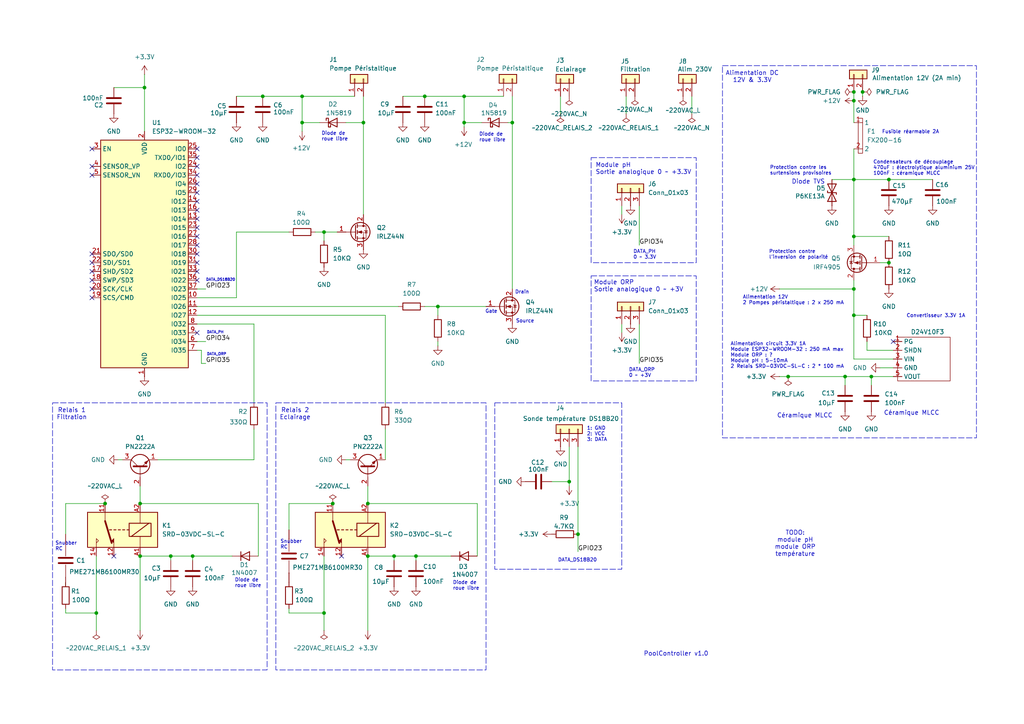
<source format=kicad_sch>
(kicad_sch (version 20250114) (generator "eeschema") (generator_version "9.0")
  (paper "A4")
  (lib_symbols
    (symbol "Connector_Generic:Conn_01x02" (pin_names (offset 1.016) (hide yes))
      (property "Reference" "J" (at 0 2.54 0))
      (property "Value" "Conn_01x02" (at 0 -5.08 0))
      (symbol "Conn_01x02_1_1"
        (pin passive line (at -5.08 0 0) (length 3.81) (name "Pin_1") (number "1"))
        (pin passive line (at -5.08 -2.54 0) (length 3.81) (name "Pin_2") (number "2"))
      )
    )
    (symbol "Connector_Generic:Conn_01x03" (pin_names (offset 1.016) (hide yes))
      (property "Reference" "J" (at 0 5.08 0))
      (property "Value" "Conn_01x03" (at 0 -5.08 0))
      (symbol "Conn_01x03_1_1"
        (pin passive line (at -5.08 2.54 0) (length 3.81) (name "Pin_1") (number "1"))
        (pin passive line (at -5.08 0 0) (length 3.81) (name "Pin_2") (number "2"))
        (pin passive line (at -5.08 -2.54 0) (length 3.81) (name "Pin_3") (number "3"))
      )
    )
    (symbol "D24V10F3_1"
      (symbol "D24V10F3_1_1_1"
        (pin input line (at -8.89 5.08 0) (length 2.54) (name "PG") (number "1"))
        (pin input line (at -8.89 2.54 0) (length 2.54) (name "SHDN") (number "2"))
        (pin input line (at -8.89 0 0) (length 2.54) (name "VIN") (number "3"))
        (pin input line (at -8.89 -2.54 0) (length 2.54) (name "GND") (number "4"))
        (pin input line (at -8.89 -5.08 0) (length 2.54) (name "VOUT") (number "5"))
      )
    )
    (symbol "Device:C" (pin_numbers (hide yes)) (pin_names (offset 0.254))
      (property "Reference" "C" (at 0.635 2.54 0))
      (property "Value" "C" (at 0.635 -2.54 0))
      (symbol "C_1_1"
        (pin passive line (at 0 3.81 270) (length 2.794) (name "~") (number "1"))
        (pin passive line (at 0 -3.81 90) (length 2.794) (name "~") (number "2"))
      )
    )
    (symbol "Device:D_TVS" (pin_numbers (hide yes)) (pin_names (offset 1.016) (hide yes))
      (property "Reference" "D" (at 0 2.54 0))
      (property "Value" "D_TVS" (at 0 -2.54 0))
      (symbol "D_TVS_1_1"
        (pin passive line (at -3.81 0 0) (length 2.54) (name "A1") (number "1"))
        (pin passive line (at 3.81 0 180) (length 2.54) (name "A2") (number "2"))
      )
    )
    (symbol "Device:R" (pin_numbers (hide yes)) (pin_names (offset 0))
      (property "Reference" "R" (at 2.032 0 90))
      (property "Value" "R" (at 0 0 90))
      (symbol "R_1_1"
        (pin passive line (at 0 3.81 270) (length 1.27) (name "~") (number "1"))
        (pin passive line (at 0 -3.81 90) (length 1.27) (name "~") (number "2"))
      )
    )
    (symbol "Diode:1N4007" (pin_numbers (hide yes)) (pin_names (hide yes))
      (property "Reference" "D" (at 0 2.54 0))
      (property "Value" "1N4007" (at 0 -2.54 0))
      (symbol "1N4007_1_1"
        (pin passive line (at -3.81 0 0) (length 2.54) (name "K") (number "1"))
        (pin passive line (at 3.81 0 180) (length 2.54) (name "A") (number "2"))
      )
    )
    (symbol "Diode:1N5819" (pin_numbers (hide yes)) (pin_names (offset 1.016) (hide yes))
      (property "Reference" "D" (at 0 2.54 0))
      (property "Value" "1N5819" (at 0 -2.54 0))
      (symbol "1N5819_1_1"
        (pin passive line (at -3.81 0 0) (length 2.54) (name "K") (number "1"))
        (pin passive line (at 3.81 0 180) (length 2.54) (name "A") (number "2"))
      )
    )
    (symbol "MySymbols.lib:C_X2_Snubber_PME271" (pin_numbers (hide yes)) (pin_names (offset 0.254))
      (property "Reference" "C?" (at 0.635 2.54 0))
      (property "Value" "PME271MB6100MR30" (at 0.635 -2.54 0))
      (symbol "C_X2_Snubber_PME271_1_1"
        (pin passive line (at 0 7.62 270) (length 2.794) (name "~") (number "1"))
        (pin passive line (at 0 -7.62 90) (length 2.794) (name "~") (number "2"))
      )
    )
    (symbol "MySymbols.lib:FX200-16"
      (property "Reference" "F" (at 0 0 0))
      (symbol "FX200-16_1_1"
        (pin input line (at 0 3.81 0) (length 2.54) (name "1") (number "1"))
        (pin input line (at 0 -3.81 0) (length 2.54) (name "2") (number "2"))
      )
    )
    (symbol "RF_Module:ESP32-WROOM-32"
      (property "Reference" "U" (at -12.7 34.29 0))
      (property "Value" "ESP32-WROOM-32" (at 1.27 34.29 0))
      (symbol "ESP32-WROOM-32_1_1"
        (pin input line (at -15.24 30.48 0) (length 2.54) (name "EN") (number "3"))
        (pin input line (at -15.24 25.4 0) (length 2.54) (name "SENSOR_VP") (number "4"))
        (pin input line (at -15.24 22.86 0) (length 2.54) (name "SENSOR_VN") (number "5"))
        (pin bidirectional line (at -15.24 0 0) (length 2.54) (name "SDO/SD0") (number "21"))
        (pin bidirectional line (at -15.24 -2.54 0) (length 2.54) (name "SDI/SD1") (number "22"))
        (pin bidirectional line (at -15.24 -5.08 0) (length 2.54) (name "SHD/SD2") (number "17"))
        (pin bidirectional line (at -15.24 -7.62 0) (length 2.54) (name "SWP/SD3") (number "18"))
        (pin bidirectional line (at -15.24 -10.16 0) (length 2.54) (name "SCK/CLK") (number "20"))
        (pin bidirectional line (at -15.24 -12.7 0) (length 2.54) (name "SCS/CMD") (number "19"))
        (pin no_connect line (at -12.7 -27.94 0) (length 2.54) (hide yes) (name "NC") (number "32"))
        (pin power_in line (at 0 35.56 270) (length 2.54) (name "VDD") (number "2"))
        (pin power_in line (at 0 -35.56 90) (length 2.54) (name "GND") (number "1"))
        (pin passive line (at 0 -35.56 90) (length 2.54) (hide yes) (name "GND") (number "15"))
        (pin passive line (at 0 -35.56 90) (length 2.54) (hide yes) (name "GND") (number "38"))
        (pin passive line (at 0 -35.56 90) (length 2.54) (hide yes) (name "GND") (number "39"))
        (pin bidirectional line (at 15.24 30.48 180) (length 2.54) (name "IO0") (number "25"))
        (pin bidirectional line (at 15.24 27.94 180) (length 2.54) (name "TXD0/IO1") (number "35"))
        (pin bidirectional line (at 15.24 25.4 180) (length 2.54) (name "IO2") (number "24"))
        (pin bidirectional line (at 15.24 22.86 180) (length 2.54) (name "RXD0/IO3") (number "34"))
        (pin bidirectional line (at 15.24 20.32 180) (length 2.54) (name "IO4") (number "26"))
        (pin bidirectional line (at 15.24 17.78 180) (length 2.54) (name "IO5") (number "29"))
        (pin bidirectional line (at 15.24 15.24 180) (length 2.54) (name "IO12") (number "14"))
        (pin bidirectional line (at 15.24 12.7 180) (length 2.54) (name "IO13") (number "16"))
        (pin bidirectional line (at 15.24 10.16 180) (length 2.54) (name "IO14") (number "13"))
        (pin bidirectional line (at 15.24 7.62 180) (length 2.54) (name "IO15") (number "23"))
        (pin bidirectional line (at 15.24 5.08 180) (length 2.54) (name "IO16") (number "27"))
        (pin bidirectional line (at 15.24 2.54 180) (length 2.54) (name "IO17") (number "28"))
        (pin bidirectional line (at 15.24 0 180) (length 2.54) (name "IO18") (number "30"))
        (pin bidirectional line (at 15.24 -2.54 180) (length 2.54) (name "IO19") (number "31"))
        (pin bidirectional line (at 15.24 -5.08 180) (length 2.54) (name "IO21") (number "33"))
        (pin bidirectional line (at 15.24 -7.62 180) (length 2.54) (name "IO22") (number "36"))
        (pin bidirectional line (at 15.24 -10.16 180) (length 2.54) (name "IO23") (number "37"))
        (pin bidirectional line (at 15.24 -12.7 180) (length 2.54) (name "IO25") (number "10"))
        (pin bidirectional line (at 15.24 -15.24 180) (length 2.54) (name "IO26") (number "11"))
        (pin bidirectional line (at 15.24 -17.78 180) (length 2.54) (name "IO27") (number "12"))
        (pin bidirectional line (at 15.24 -20.32 180) (length 2.54) (name "IO32") (number "8"))
        (pin bidirectional line (at 15.24 -22.86 180) (length 2.54) (name "IO33") (number "9"))
        (pin input line (at 15.24 -25.4 180) (length 2.54) (name "IO34") (number "6"))
        (pin input line (at 15.24 -27.94 180) (length 2.54) (name "IO35") (number "7"))
      )
    )
    (symbol "Relay:Relay_SPDT"
      (property "Reference" "K" (at 11.43 3.81 0))
      (property "Value" "Relay_SPDT" (at 11.43 1.27 0))
      (symbol "Relay_SPDT_1_1"
        (pin passive line (at -5.08 7.62 270) (length 2.54) (name "~") (number "A1"))
        (pin passive line (at -5.08 -7.62 90) (length 2.54) (name "~") (number "A2"))
        (pin passive line (at 2.54 7.62 270) (length 2.54) (name "~") (number "12"))
        (pin passive line (at 5.08 -7.62 90) (length 2.54) (name "~") (number "11"))
        (pin passive line (at 7.62 7.62 270) (length 2.54) (name "~") (number "14"))
      )
    )
    (symbol "Transistor_BJT:PN2222A" (pin_names (offset 0) (hide yes))
      (property "Reference" "Q" (at 5.08 1.905 0))
      (property "Value" "PN2222A" (at 5.08 0 0))
      (symbol "PN2222A_1_1"
        (pin input line (at -5.08 0 0) (length 2.54) (name "B") (number "2"))
        (pin passive line (at 2.54 5.08 270) (length 2.54) (name "C") (number "3"))
        (pin passive line (at 2.54 -5.08 90) (length 2.54) (name "E") (number "1"))
      )
    )
    (symbol "Transistor_FET:IRF4905" (pin_names (hide yes))
      (property "Reference" "Q" (at 5.08 1.905 0))
      (property "Value" "IRF4905" (at 5.08 0 0))
      (symbol "IRF4905_1_1"
        (pin input line (at -5.08 0 0) (length 2.54) (name "G") (number "1"))
        (pin passive line (at 2.54 5.08 270) (length 2.54) (name "D") (number "2"))
        (pin passive line (at 2.54 -5.08 90) (length 2.54) (name "S") (number "3"))
      )
    )
    (symbol "Transistor_FET:IRLZ44N" (pin_names (hide yes))
      (property "Reference" "Q" (at 5.08 1.905 0))
      (property "Value" "IRLZ44N" (at 5.08 0 0))
      (symbol "IRLZ44N_1_1"
        (pin input line (at -5.08 0 0) (length 2.54) (name "G") (number "1"))
        (pin passive line (at 2.54 5.08 270) (length 2.54) (name "D") (number "2"))
        (pin passive line (at 2.54 -5.08 90) (length 2.54) (name "S") (number "3"))
      )
    )
    (symbol "power:+12V" (power) (pin_numbers (hide yes)) (pin_names (offset 0) (hide yes))
      (property "Value" "+12V" (at 0 3.556 0))
      (symbol "+12V_1_1"
        (pin power_in line (at 0 0 90) (length 0) (name "~") (number "1"))
      )
    )
    (symbol "power:+3.3V" (power) (pin_numbers (hide yes)) (pin_names (offset 0) (hide yes))
      (property "Value" "+3.3V" (at 0 3.556 0))
      (symbol "+3.3V_1_1"
        (pin power_in line (at 0 0 90) (length 0) (name "~") (number "1"))
      )
    )
    (symbol "power:GND" (power) (pin_numbers (hide yes)) (pin_names (offset 0) (hide yes))
      (property "Value" "GND" (at 0 -3.81 0))
      (symbol "GND_1_1"
        (pin power_in line (at 0 0 270) (length 0) (name "~") (number "1"))
      )
    )
    (symbol "power:PWR_FLAG" (power) (pin_numbers (hide yes)) (pin_names (offset 0) (hide yes))
      (property "Value" "PWR_FLAG" (at 0 3.81 0))
      (symbol "PWR_FLAG_0_0"
        (pin power_out line (at 0 0 90) (length 0) (name "~") (number "1"))
      )
    )
  )
  (rectangle (start 171.45 80.01) (end 201.93 110.49) (stroke (width 0) (type dash)))
  (rectangle (start 143.51 116.84) (end 180.34 165.1) (stroke (width 0) (type dash)))
  (rectangle (start 15.24 116.84) (end 77.47 194.31) (stroke (width 0) (type dash)))
  (rectangle (start 171.45 45.72) (end 201.93 76.2) (stroke (width 0) (type dash)))
  (rectangle (start 80.01 116.84) (end 140.97 194.31) (stroke (width 0) (type dash)))
  (rectangle (start 209.55 19.05) (end 283.21 127) (stroke (width 0) (type dash)))
  (text "Alimentation DC\n12V & 3.3V" (at 218.186 22.352 0) (effects (font (size 1.27 1.27))))
  (text "Protection contre \nl'inversion de polarité" (at 223.012 73.914 0) (effects (font (size 1.016 1.016)) (justify left)))
  (text "Diode de\nroue libre" (at 131.318 169.926 0) (effects (font (size 1.016 1.016)) (justify left)))
  (text "Céramique MLCC" (at 264.414 119.888 0) (effects (font (size 1.27 1.27))))
  (text "PoolController v1.0" (at 196.088 189.738 0) (effects (font (size 1.27 1.27))))
  (text "TODO:\nmodule pH\nmodule ORP\ntempérature" (at 230.632 157.734 0) (effects (font (size 1.27 1.27))))
  (text "Diode de\nroue libre" (at 93.218 39.624 0) (effects (font (size 1.016 1.016)) (justify left)))
  (text "Module ORP \nSortie analogique 0 ~ +3V" (at 172.212 83.058 0) (effects (font (size 1.27 1.27)) (justify left)))
  (text "Snubber\nRC" (at 81.28 157.988 0) (effects (font (size 1.016 1.016)) (justify left)))
  (text "Alimentation circuit 3.3V 1A\nModule ESP32-WROOM-32 : 250 mA max\nModule ORP : ?\nModule pH : 5-10mA\n2 Relais SRD-03VDC-SL-C : 2 * 100 mA" (at 211.836 103.124 0) (effects (font (size 1.016 1.016)) (justify left)))
  (text "Drain" (at 149.352 84.836 0) (effects (font (size 1.016 1.016)) (justify left)))
  (text "DATA_DS18B20" (at 59.69 81.28 0) (effects (font (size 0.762 0.762)) (justify left)))
  (text "Source" (at 149.606 93.218 0) (effects (font (size 1.016 1.016)) (justify left)))
  (text "1: GND\n2: VCC\n3: DATA" (at 170.18 125.984 0) (effects (font (size 1.016 1.016)) (justify left)))
  (text "Alimentation 12V\n2 Pompes péristaltique : 2 x 250 mA" (at 215.392 87.122 0) (effects (font (size 1.016 1.016)) (justify left)))
  (text "Diode TVS" (at 234.442 52.832 0) (effects (font (size 1.27 1.27))))
  (text "DATA_ORP" (at 59.944 102.87 0) (effects (font (size 0.762 0.762)) (justify left)))
  (text "DATA_ORP\n0 ~ +3V" (at 182.372 108.204 0) (effects (font (size 1.016 1.016)) (justify left)))
  (text "Module pH\nSortie analogique 0 ~ +3.3V" (at 172.72 49.022 0) (effects (font (size 1.27 1.27)) (justify left)))
  (text "Convertisseur 3.3V 1A" (at 262.89 91.694 0) (effects (font (size 1.016 1.016)) (justify left)))
  (text "DATA_DS18B20" (at 161.798 162.56 0) (effects (font (size 1.016 1.016)) (justify left)))
  (text "Relais 1\nFiltration" (at 20.828 120.142 0) (effects (font (size 1.27 1.27))))
  (text "Diode de\nroue libre" (at 68.072 169.164 0) (effects (font (size 1.016 1.016)) (justify left)))
  (text "DATA_PH\n0 ~ 3.3V" (at 183.642 73.914 0) (effects (font (size 1.016 1.016)) (justify left)))
  (text "DATA_PH" (at 59.944 96.52 0) (effects (font (size 0.762 0.762)) (justify left)))
  (text "Fusible réarmable 2A" (at 255.778 38.354 0) (effects (font (size 1.016 1.016)) (justify left)))
  (text "Gate" (at 140.716 90.424 0) (effects (font (size 1.016 1.016)) (justify left)))
  (text "Snubber\nRC" (at 16.002 158.496 0) (effects (font (size 1.016 1.016)) (justify left)))
  (text "Condensateurs de découplage\n470uF : électrolytique aluminium 25V\n100nF : céramique MLCC" (at 253.238 48.768 0) (effects (font (size 1.016 1.016)) (justify left)))
  (text "Diode de\nroue libre" (at 138.938 39.878 0) (effects (font (size 1.016 1.016)) (justify left)))
  (text "Relais 2\nEclairage" (at 85.598 120.142 0) (effects (font (size 1.27 1.27))))
  (text "Céramique MLCC" (at 233.426 120.65 0) (effects (font (size 1.27 1.27))))
  (text "Protection contre les\nsurtensions provisoires" (at 223.266 49.53 0) (effects (font (size 1.016 1.016)) (justify left)))
  (junction (at 245.11 109.22))
  (junction (at 247.65 83.82))
  (junction (at 105.41 35.56))
  (junction (at 49.53 161.29))
  (junction (at 123.19 27.94))
  (junction (at 87.63 35.56))
  (junction (at 252.73 109.22))
  (junction (at 96.52 146.05))
  (junction (at 93.98 67.31))
  (junction (at 93.98 177.8))
  (junction (at 247.65 68.58))
  (junction (at 30.48 146.05))
  (junction (at 148.59 35.56))
  (junction (at 257.81 52.07))
  (junction (at 41.91 25.4))
  (junction (at 27.94 177.8))
  (junction (at 134.62 27.94))
  (junction (at 247.65 52.07))
  (junction (at 250.19 26.67))
  (junction (at 257.81 76.2))
  (junction (at 55.88 161.29))
  (junction (at 114.3 161.29))
  (junction (at 247.65 26.67))
  (junction (at 40.64 161.29))
  (junction (at 127 88.9))
  (junction (at 165.1 139.7))
  (junction (at 120.65 161.29))
  (junction (at 106.68 146.05))
  (junction (at 247.65 29.21))
  (junction (at 134.62 35.56))
  (junction (at 40.64 146.05))
  (junction (at 167.64 154.94))
  (junction (at 247.65 91.44))
  (junction (at 87.63 27.94))
  (junction (at 106.68 161.29))
  (junction (at 228.6 109.22))
  (junction (at 76.2 27.94))
  (no_connect (at 57.15 45.72))
  (no_connect (at 57.15 63.5))
  (no_connect (at 57.15 81.28))
  (no_connect (at 33.02 161.29))
  (no_connect (at 26.67 50.8))
  (no_connect (at 57.15 58.42))
  (no_connect (at 57.15 68.58))
  (no_connect (at 26.67 43.18))
  (no_connect (at 57.15 48.26))
  (no_connect (at 57.15 43.18))
  (no_connect (at 57.15 71.12))
  (no_connect (at 26.67 86.36))
  (no_connect (at 26.67 48.26))
  (no_connect (at 99.06 161.29))
  (no_connect (at 259.08 99.06))
  (no_connect (at 26.67 81.28))
  (no_connect (at 57.15 66.04))
  (no_connect (at 57.15 60.96))
  (no_connect (at 57.15 73.66))
  (no_connect (at 26.67 78.74))
  (no_connect (at 26.67 83.82))
  (no_connect (at 57.15 78.74))
  (no_connect (at 57.15 53.34))
  (no_connect (at 26.67 73.66))
  (no_connect (at 26.67 76.2))
  (no_connect (at 57.15 50.8))
  (no_connect (at 57.15 96.52))
  (no_connect (at 57.15 55.88))
  (no_connect (at 57.15 76.2))
  (wire (pts (xy 49.53 162.56) (xy 49.53 161.29)))
  (wire (pts (xy 127 99.06) (xy 127 100.33)))
  (wire (pts (xy 106.68 161.29) (xy 106.68 182.88)))
  (wire (pts (xy 134.62 27.94) (xy 146.05 27.94)))
  (wire (pts (xy 180.34 62.23) (xy 180.34 59.69)))
  (wire (pts (xy 160.02 139.7) (xy 165.1 139.7)))
  (wire (pts (xy 111.76 91.44) (xy 111.76 116.84)))
  (wire (pts (xy 247.65 104.14) (xy 259.08 104.14)))
  (wire (pts (xy 27.94 161.29) (xy 27.94 177.8)))
  (wire (pts (xy 93.98 177.8) (xy 93.98 182.88)))
  (wire (pts (xy 245.11 109.22) (xy 245.11 111.76)))
  (wire (pts (xy 247.65 83.82) (xy 247.65 91.44)))
  (wire (pts (xy 57.15 86.36) (xy 68.58 86.36)))
  (wire (pts (xy 245.11 109.22) (xy 252.73 109.22)))
  (wire (pts (xy 127 88.9) (xy 140.97 88.9)))
  (wire (pts (xy 100.33 35.56) (xy 105.41 35.56)))
  (wire (pts (xy 148.59 35.56) (xy 148.59 83.82)))
  (wire (pts (xy 167.64 129.54) (xy 167.64 154.94)))
  (wire (pts (xy 252.73 109.22) (xy 259.08 109.22)))
  (wire (pts (xy 228.6 109.22) (xy 245.11 109.22)))
  (wire (pts (xy 162.56 27.94) (xy 162.56 33.02)))
  (wire (pts (xy 34.29 133.35) (xy 35.56 133.35)))
  (wire (pts (xy 116.84 27.94) (xy 123.19 27.94)))
  (wire (pts (xy 76.2 27.94) (xy 87.63 27.94)))
  (wire (pts (xy 185.42 59.69) (xy 185.42 71.12)))
  (wire (pts (xy 68.58 86.36) (xy 68.58 67.31)))
  (wire (pts (xy 73.66 133.35) (xy 73.66 124.46)))
  (wire (pts (xy 257.81 52.07) (xy 270.51 52.07)))
  (wire (pts (xy 59.69 83.82) (xy 57.15 83.82)))
  (wire (pts (xy 134.62 36.83) (xy 134.62 35.56)))
  (wire (pts (xy 165.1 139.7) (xy 165.1 129.54)))
  (wire (pts (xy 93.98 177.8) (xy 83.82 177.8)))
  (wire (pts (xy 55.88 161.29) (xy 67.31 161.29)))
  (wire (pts (xy 58.42 105.41) (xy 59.69 105.41)))
  (wire (pts (xy 40.64 146.05) (xy 74.93 146.05)))
  (wire (pts (xy 252.73 109.22) (xy 252.73 111.76)))
  (wire (pts (xy 83.82 153.67) (xy 83.82 146.05)))
  (wire (pts (xy 120.65 161.29) (xy 120.65 162.56)))
  (wire (pts (xy 247.65 91.44) (xy 247.65 104.14)))
  (wire (pts (xy 147.32 35.56) (xy 148.59 35.56)))
  (wire (pts (xy 247.65 26.67) (xy 247.65 29.21)))
  (wire (pts (xy 114.3 161.29) (xy 120.65 161.29)))
  (wire (pts (xy 226.06 109.22) (xy 228.6 109.22)))
  (wire (pts (xy 45.72 133.35) (xy 73.66 133.35)))
  (wire (pts (xy 19.05 154.94) (xy 19.05 146.05)))
  (wire (pts (xy 100.33 133.35) (xy 101.6 133.35)))
  (wire (pts (xy 259.08 106.68) (xy 255.27 106.68)))
  (wire (pts (xy 247.65 81.28) (xy 247.65 83.82)))
  (wire (pts (xy 127 88.9) (xy 127 91.44)))
  (wire (pts (xy 87.63 27.94) (xy 87.63 35.56)))
  (wire (pts (xy 74.93 161.29) (xy 74.93 146.05)))
  (wire (pts (xy 87.63 35.56) (xy 92.71 35.56)))
  (wire (pts (xy 200.66 27.94) (xy 200.66 33.02)))
  (wire (pts (xy 19.05 168.91) (xy 19.05 170.18)))
  (wire (pts (xy 41.91 25.4) (xy 41.91 38.1)))
  (wire (pts (xy 40.64 161.29) (xy 40.64 182.88)))
  (wire (pts (xy 40.64 146.05) (xy 40.64 140.97)))
  (wire (pts (xy 105.41 35.56) (xy 105.41 62.23)))
  (wire (pts (xy 19.05 146.05) (xy 30.48 146.05)))
  (wire (pts (xy 259.08 101.6) (xy 251.46 101.6)))
  (wire (pts (xy 106.68 146.05) (xy 138.43 146.05)))
  (wire (pts (xy 134.62 35.56) (xy 139.7 35.56)))
  (wire (pts (xy 148.59 27.94) (xy 148.59 35.56)))
  (wire (pts (xy 247.65 52.07) (xy 247.65 68.58)))
  (wire (pts (xy 106.68 161.29) (xy 114.3 161.29)))
  (wire (pts (xy 250.19 26.67) (xy 250.19 27.94)))
  (wire (pts (xy 123.19 27.94) (xy 134.62 27.94)))
  (wire (pts (xy 120.65 161.29) (xy 130.81 161.29)))
  (wire (pts (xy 87.63 35.56) (xy 87.63 38.1)))
  (wire (pts (xy 87.63 27.94) (xy 102.87 27.94)))
  (wire (pts (xy 33.02 25.4) (xy 41.91 25.4)))
  (wire (pts (xy 138.43 161.29) (xy 138.43 146.05)))
  (wire (pts (xy 111.76 124.46) (xy 111.76 133.35)))
  (wire (pts (xy 19.05 177.8) (xy 27.94 177.8)))
  (wire (pts (xy 49.53 161.29) (xy 55.88 161.29)))
  (wire (pts (xy 247.65 68.58) (xy 257.81 68.58)))
  (wire (pts (xy 167.64 154.94) (xy 167.64 160.02)))
  (wire (pts (xy 251.46 99.06) (xy 251.46 101.6)))
  (wire (pts (xy 247.65 52.07) (xy 257.81 52.07)))
  (wire (pts (xy 91.44 67.31) (xy 93.98 67.31)))
  (wire (pts (xy 57.15 91.44) (xy 111.76 91.44)))
  (wire (pts (xy 57.15 88.9) (xy 115.57 88.9)))
  (wire (pts (xy 83.82 146.05) (xy 96.52 146.05)))
  (wire (pts (xy 83.82 177.8) (xy 83.82 176.53)))
  (wire (pts (xy 247.65 68.58) (xy 247.65 71.12)))
  (wire (pts (xy 93.98 161.29) (xy 93.98 177.8)))
  (wire (pts (xy 185.42 93.98) (xy 185.42 105.41)))
  (wire (pts (xy 241.3 52.07) (xy 247.65 52.07)))
  (wire (pts (xy 57.15 99.06) (xy 59.69 99.06)))
  (wire (pts (xy 247.65 29.21) (xy 247.65 35.56)))
  (wire (pts (xy 57.15 93.98) (xy 73.66 93.98)))
  (wire (pts (xy 27.94 177.8) (xy 27.94 182.88)))
  (wire (pts (xy 68.58 67.31) (xy 83.82 67.31)))
  (wire (pts (xy 68.58 27.94) (xy 76.2 27.94)))
  (wire (pts (xy 123.19 88.9) (xy 127 88.9)))
  (wire (pts (xy 106.68 140.97) (xy 106.68 146.05)))
  (wire (pts (xy 93.98 67.31) (xy 93.98 69.85)))
  (wire (pts (xy 19.05 177.8) (xy 19.05 176.53)))
  (wire (pts (xy 226.06 83.82) (xy 247.65 83.82)))
  (wire (pts (xy 165.1 140.97) (xy 165.1 139.7)))
  (wire (pts (xy 58.42 105.41) (xy 58.42 101.6)))
  (wire (pts (xy 105.41 27.94) (xy 105.41 35.56)))
  (wire (pts (xy 93.98 67.31) (xy 97.79 67.31)))
  (wire (pts (xy 40.64 161.29) (xy 49.53 161.29)))
  (wire (pts (xy 41.91 21.59) (xy 41.91 25.4)))
  (wire (pts (xy 247.65 43.18) (xy 247.65 52.07)))
  (wire (pts (xy 181.61 27.94) (xy 181.61 33.02)))
  (wire (pts (xy 73.66 93.98) (xy 73.66 116.84)))
  (wire (pts (xy 247.65 91.44) (xy 251.46 91.44)))
  (wire (pts (xy 134.62 35.56) (xy 134.62 27.94)))
  (wire (pts (xy 55.88 162.56) (xy 55.88 161.29)))
  (wire (pts (xy 114.3 161.29) (xy 114.3 162.56)))
  (wire (pts (xy 58.42 101.6) (xy 57.15 101.6)))
  (wire (pts (xy 180.34 96.52) (xy 180.34 93.98)))
  (wire (pts (xy 257.81 76.2) (xy 255.27 76.2)))
  (label "GPIO34" (at 185.42 71.12 0))
  (label "GPIO23" (at 59.69 83.82 0))
  (label "GPIO35" (at 185.42 105.41 0))
  (label "GPIO23" (at 167.64 160.02 0))
  (label "GPIO34" (at 59.69 99.06 0))
  (label "GPIO35" (at 59.69 105.41 0))
  (symbol (lib_id "power:+3.3V") (at 160.02 154.94 90) (unit 1)
    (property "Reference" "#PWR023" (effects (hide yes)))
    (property "Value" "+3.3V" (at 156.21 154.9399 90) (effects (justify left)))
    (property "Description" "Power symbol creates a global label with name \"+3.3V\"" (effects (hide yes)))
  )
  (symbol (lib_id "power:+3.3V") (at 180.34 96.52 180) (unit 1)
    (property "Reference" "#PWR027" (effects (hide yes)))
    (property "Value" "+3.3V" (at 180.34 101.6 0))
    (property "Description" "Power symbol creates a global label with name \"+3.3V\"" (effects (hide yes)))
  )
  (symbol (lib_id "Device:C") (at 245.11 115.57 0) (unit 1)
    (property "Reference" "C13" (at 238.252 114.046 0) (effects (justify left)))
    (property "Value" "10 µF" (at 237.236 116.84 0) (effects (justify left)))
    (property "Footprint" "Capacitor_THT:C_Disc_D6.0mm_W4.4mm_P5.00mm" (effects (hide yes)))
    (property "Description" "Unpolarized capacitor" (effects (hide yes)))
  )
  (symbol (lib_id "power:+3.3V") (at 40.64 182.88 180) (unit 1)
    (property "Reference" "#PWR03" (effects (hide yes)))
    (property "Value" "+3.3V" (at 40.64 187.96 0))
    (property "Description" "Power symbol creates a global label with name \"+3.3V\"" (effects (hide yes)))
  )
  (symbol (lib_id "power:GND") (at 68.58 35.56 0) (unit 1)
    (property "Reference" "#PWR08" (effects (hide yes)))
    (property "Value" "GND" (at 68.58 40.64 0))
    (property "Description" "Power symbol creates a global label with name \"GND\" , ground" (effects (hide yes)))
  )
  (symbol (lib_id "power:GND") (at 152.4 139.7 270) (unit 1)
    (property "Reference" "#PWR022" (effects (hide yes)))
    (property "Value" "GND" (at 148.59 139.6999 90) (effects (justify right)))
    (property "Description" "Power symbol creates a global label with name \"GND\" , ground" (effects (hide yes)))
  )
  (symbol (lib_id "power:GND") (at 55.88 170.18 0) (unit 1)
    (property "Reference" "#PWR07" (effects (hide yes)))
    (property "Value" "GND" (at 55.88 175.26 0))
    (property "Description" "Power symbol creates a global label with name \"GND\" , ground" (effects (hide yes)))
  )
  (symbol (lib_id "power:GND") (at 49.53 170.18 0) (unit 1)
    (property "Reference" "#PWR06" (effects (hide yes)))
    (property "Value" "GND" (at 49.53 175.26 0))
    (property "Description" "Power symbol creates a global label with name \"GND\" , ground" (effects (hide yes)))
  )
  (symbol (lib_id "power:GND") (at 182.88 93.98 0) (unit 1)
    (property "Reference" "#PWR029" (effects (hide yes)))
    (property "Value" "GND" (at 182.88 99.06 0))
    (property "Description" "Power symbol creates a global label with name \"GND\" , ground" (effects (hide yes)))
  )
  (symbol (lib_id "Transistor_BJT:PN2222A") (at 40.64 135.89 90) (unit 1)
    (property "Reference" "Q1" (at 40.64 127 90))
    (property "Value" "PN2222A" (at 40.64 129.54 90))
    (property "Footprint" "Package_TO_SOT_THT:TO-92_Inline" (effects (hide yes)))
    (property "Datasheet" "https://www.onsemi.com/pub/Collateral/PN2222-D.PDF" (effects (hide yes)))
    (property "Description" "1A Ic, 40V Vce, NPN Transistor, General Purpose Transistor, TO-92" (effects (hide yes)))
  )
  (symbol (lib_id "power:GND") (at 162.56 129.54 0) (unit 1)
    (property "Reference" "#PWR024" (effects (hide yes)))
    (property "Value" "GND" (at 162.56 134.62 0))
    (property "Description" "Power symbol creates a global label with name \"GND\" , ground" (effects (hide yes)))
  )
  (symbol (lib_id "power:PWR_FLAG") (at 200.66 33.02 180) (unit 1)
    (property "Reference" "#FLG010" (effects (hide yes)))
    (property "Value" "~220VAC_N" (at 200.66 37.084 0))
    (property "Description" "Special symbol for telling ERC where power comes from" (effects (hide yes)))
  )
  (symbol (lib_id "Device:R") (at 111.76 120.65 0) (unit 1)
    (property "Reference" "R6" (at 114.3 119.3799 0) (effects (justify left)))
    (property "Value" "330Ω" (at 114.3 121.9199 0) (effects (justify left)))
    (property "Footprint" "Resistor_THT:R_Axial_DIN0207_L6.3mm_D2.5mm_P10.16mm_Horizontal" (effects (hide yes)))
    (property "Description" "Resistor" (effects (hide yes)))
  )
  (symbol (lib_id "power:GND") (at 270.51 59.69 0) (unit 1)
    (property "Reference" "#PWR039" (effects (hide yes)))
    (property "Value" "GND" (at 270.51 64.77 0))
    (property "Description" "Power symbol creates a global label with name \"GND\" , ground" (effects (hide yes)))
  )
  (symbol (lib_id "Device:C") (at 114.3 166.37 0) (unit 1)
    (property "Reference" "C8" (at 108.458 164.592 0) (effects (justify left)))
    (property "Value" "10 µF" (at 107.95 168.656 0) (effects (justify left)))
    (property "Footprint" "Capacitor_THT:C_Disc_D6.0mm_W4.4mm_P5.00mm" (effects (hide yes)))
    (property "Description" "Unpolarized capacitor" (effects (hide yes)))
  )
  (symbol (lib_id "Transistor_FET:IRLZ44N") (at 146.05 88.9 0) (unit 1)
    (property "Reference" "Q4" (at 152.4 87.6299 0) (effects (justify left)))
    (property "Value" "IRLZ44N" (at 152.4 90.1699 0) (effects (justify left)))
    (property "Footprint" "Package_TO_SOT_THT:TO-220-3_Vertical" (effects (hide yes)))
    (property "Datasheet" "http://www.irf.com/product-info/datasheets/data/irlz44n.pdf" (effects (hide yes)))
    (property "Description" "47A Id, 55V Vds, 22mOhm Rds Single N-Channel HEXFET Power MOSFET, TO-220AB" (effects (hide yes)))
  )
  (symbol (lib_id "Diode:1N5819") (at 143.51 35.56 0) (unit 1)
    (property "Reference" "D4" (at 143.002 30.48 0))
    (property "Value" "1N5819" (at 143.256 32.766 0))
    (property "Footprint" "Diode_THT:D_DO-15_P10.16mm_Horizontal" (effects (hide yes)))
    (property "Datasheet" "http://www.vishay.com/docs/88525/1n5817.pdf" (effects (hide yes)))
    (property "Description" "40V 1A Schottky Barrier Rectifier Diode, DO-41" (effects (hide yes)))
  )
  (symbol (lib_id "power:PWR_FLAG") (at 250.19 26.67 270) (unit 1)
    (property "Reference" "#FLG015" (effects (hide yes)))
    (property "Value" "PWR_FLAG" (at 254 26.6699 90) (effects (justify left)))
    (property "Description" "Special symbol for telling ERC where power comes from" (effects (hide yes)))
  )
  (symbol (lib_id "MySymbols.lib:C_X2_Snubber_PME271") (at 83.82 161.29 0) (unit 1)
    (property "Reference" "C7" (at 86.868 161.29 0) (effects (justify left)))
    (property "Value" "PME271MB6100MR30" (at 84.836 164.592 0) (effects (justify left)))
    (property "Footprint" "Capacitor_THT:C_Rect_L19.0mm_W9.0mm_P15.00mm_MKS4" (effects (hide yes)))
    (property "Description" "Unpolarized capacitor" (effects (hide yes)))
  )
  (symbol (lib_id "Connector_Generic:Conn_01x03") (at 165.1 124.46 90) (unit 1)
    (property "Reference" "J4" (at 161.29 118.364 90) (effects (justify right)))
    (property "Value" "Sonde température DS18B20" (at 151.638 121.412 90) (effects (justify right)))
    (property "Footprint" "TerminalBlock_Altech:Altech_AK100_1x02_P5.00mm" (effects (hide yes)))
    (property "Description" "Generic connector, single row, 01x03, script generated (kicad-library-utils/schlib/autogen/connector/)" (effects (hide yes)))
  )
  (symbol (lib_id "Relay:Relay_SPDT") (at 35.56 153.67 180) (unit 1)
    (property "Reference" "K1" (at 46.99 152.3999 0) (effects (justify right)))
    (property "Value" "SRD-03VDC-SL-C" (at 46.99 154.9399 0) (effects (justify right)))
    (property "Footprint" "Relay_THT:Relay_SPDT_SANYOU_SRD_Series_Form_C" (effects (hide yes)))
    (property "Description" "Relay SPDT, monostable, EN50005" (effects (hide yes)))
  )
  (symbol (lib_id "Device:R") (at 257.81 72.39 0) (unit 1)
    (property "Reference" "R11" (at 260.35 71.1199 0) (effects (justify left)))
    (property "Value" "10Ω" (at 260.35 73.6599 0) (effects (justify left)))
    (property "Footprint" "Resistor_THT:R_Axial_DIN0207_L6.3mm_D2.5mm_P10.16mm_Horizontal" (effects (hide yes)))
    (property "Description" "Resistor" (effects (hide yes)))
  )
  (symbol (lib_id "power:PWR_FLAG") (at 184.15 27.94 180) (unit 1)
    (property "Reference" "#FLG08" (effects (hide yes)))
    (property "Value" "~220VAC_N" (at 184.15 31.75 0))
    (property "Description" "Special symbol for telling ERC where power comes from" (effects (hide yes)))
  )
  (symbol (lib_id "power:GND") (at 76.2 35.56 0) (unit 1)
    (property "Reference" "#PWR09" (effects (hide yes)))
    (property "Value" "GND" (at 76.2 40.64 0))
    (property "Description" "Power symbol creates a global label with name \"GND\" , ground" (effects (hide yes)))
  )
  (symbol (lib_id "power:PWR_FLAG") (at 228.6 109.22 180) (unit 1)
    (property "Reference" "#FLG011" (effects (hide yes)))
    (property "Value" "PWR_FLAG" (at 228.6 114.3 0))
    (property "Description" "Special symbol for telling ERC where power comes from" (effects (hide yes)))
  )
  (symbol (lib_id "power:PWR_FLAG") (at 181.61 33.02 180) (unit 1)
    (property "Reference" "#FLG07" (effects (hide yes)))
    (property "Value" "~220VAC_RELAIS_1" (at 182.372 37.084 0))
    (property "Description" "Special symbol for telling ERC where power comes from" (effects (hide yes)))
  )
  (symbol (lib_id "power:GND") (at 100.33 133.35 270) (unit 1)
    (property "Reference" "#PWR012" (effects (hide yes)))
    (property "Value" "GND" (at 96.52 133.3499 90) (effects (justify right)))
    (property "Description" "Power symbol creates a global label with name \"GND\" , ground" (effects (hide yes)))
  )
  (symbol (lib_id "power:GND") (at 127 100.33 0) (unit 1)
    (property "Reference" "#PWR019" (effects (hide yes)))
    (property "Value" "GND" (at 127 105.41 0))
    (property "Description" "Power symbol creates a global label with name \"GND\" , ground" (effects (hide yes)))
  )
  (symbol (lib_id "RF_Module:ESP32-WROOM-32") (at 41.91 73.66 0) (unit 1)
    (property "Reference" "U1" (at 44.0533 35.56 0) (effects (justify left)))
    (property "Value" "ESP32-WROOM-32" (at 44.0533 38.1 0) (effects (justify left)))
    (property "Footprint" "RF_Module:ESP32-WROOM-32" (effects (hide yes)))
    (property "Datasheet" "https://www.espressif.com/sites/default/files/documentation/esp32-wroom-32_datasheet_en.pdf" (effects (hide yes)))
    (property "Description" "RF Module, ESP32-D0WDQ6 SoC, Wi-Fi 802.11b/g/n, Bluetooth, BLE, 32-bit, 2.7-3.6V, onboard antenna, SMD" (effects (hide yes)))
  )
  (symbol (lib_id "power:GND") (at 41.91 109.22 0) (unit 1)
    (property "Reference" "#PWR05" (effects (hide yes)))
    (property "Value" "GND" (at 41.91 114.3 0))
    (property "Description" "Power symbol creates a global label with name \"GND\" , ground" (effects (hide yes)))
  )
  (symbol (lib_id "Device:R") (at 257.81 80.01 0) (unit 1)
    (property "Reference" "R12" (at 260.35 78.7399 0) (effects (justify left)))
    (property "Value" "10KΩ" (at 260.35 81.2799 0) (effects (justify left)))
    (property "Footprint" "Resistor_THT:R_Axial_DIN0207_L6.3mm_D2.5mm_P10.16mm_Horizontal" (effects (hide yes)))
    (property "Description" "Resistor" (effects (hide yes)))
  )
  (symbol (lib_id "Device:C") (at 270.51 55.88 0) (unit 1)
    (property "Reference" "C16" (at 271.272 53.594 0) (effects (justify left)))
    (property "Value" "100nF" (at 271.526 58.42 0) (effects (justify left)))
    (property "Footprint" "Capacitor_THT:C_Disc_D3.8mm_W2.6mm_P2.50mm" (effects (hide yes)))
    (property "Description" "Unpolarized capacitor" (effects (hide yes)))
  )
  (symbol (lib_id "power:GND") (at 257.81 83.82 0) (unit 1)
    (property "Reference" "#PWR038" (effects (hide yes)))
    (property "Value" "GND" (at 257.81 88.9 0))
    (property "Description" "Power symbol creates a global label with name \"GND\" , ground" (effects (hide yes)))
  )
  (symbol (lib_id "power:GND") (at 114.3 170.18 0) (unit 1)
    (property "Reference" "#PWR015" (effects (hide yes)))
    (property "Value" "GND" (at 114.3 175.26 0))
    (property "Description" "Power symbol creates a global label with name \"GND\" , ground" (effects (hide yes)))
  )
  (symbol (lib_id "Transistor_FET:IRF4905") (at 250.19 76.2 180) (unit 1)
    (property "Reference" "Q5" (at 243.84 74.9299 0) (effects (justify left)))
    (property "Value" "IRF4905" (at 243.84 77.4699 0) (effects (justify left)))
    (property "Footprint" "Package_TO_SOT_THT:TO-220-3_Vertical" (effects (hide yes)))
    (property "Datasheet" "http://www.infineon.com/dgdl/irf4905.pdf?fileId=5546d462533600a4015355e32165197c" (effects (hide yes)))
    (property "Description" "-74A Id, -55V Vds, Single P-Channel HEXFET Power MOSFET, 20mOhm Ron, TO-220AB" (effects (hide yes)))
  )
  (symbol (lib_id "power:GND") (at 123.19 35.56 0) (unit 1)
    (property "Reference" "#PWR018" (effects (hide yes)))
    (property "Value" "GND" (at 123.19 40.64 0))
    (property "Description" "Power symbol creates a global label with name \"GND\" , ground" (effects (hide yes)))
  )
  (symbol (lib_id "power:+12V") (at 247.65 29.21 90) (unit 1)
    (property "Reference" "#PWR040" (effects (hide yes)))
    (property "Value" "+12V" (at 243.84 29.2099 90) (effects (justify left)))
    (property "Description" "Power symbol creates a global label with name \"+12V\"" (effects (hide yes)))
  )
  (symbol (lib_id "power:PWR_FLAG") (at 165.1 27.94 180) (unit 1)
    (property "Reference" "#FLG06" (effects (hide yes)))
    (property "Value" "~220VAC_N" (at 165.1 33.02 0))
    (property "Description" "Special symbol for telling ERC where power comes from" (effects (hide yes)))
  )
  (symbol (lib_id "MySymbols.lib:FX200-16") (at 247.65 39.37 0) (unit 1)
    (property "Reference" "F1" (at 251.46 38.0999 0) (effects (justify left)))
    (property "Value" "FX200-16" (at 251.46 40.6399 0) (effects (justify left)))
    (property "Footprint" "Fuse:Fuse_Bourns_MF-RHT200" (effects (hide yes)))
  )
  (symbol (lib_id "Relay:Relay_SPDT") (at 101.6 153.67 180) (unit 1)
    (property "Reference" "K2" (at 113.03 152.3999 0) (effects (justify right)))
    (property "Value" "SRD-03VDC-SL-C" (at 113.03 154.9399 0) (effects (justify right)))
    (property "Footprint" "Relay_THT:Relay_SPDT_SANYOU_SRD_Series_Form_C" (effects (hide yes)))
    (property "Description" "Relay SPDT, monostable, EN50005" (effects (hide yes)))
  )
  (symbol (lib_id "power:PWR_FLAG") (at 30.48 146.05 0) (unit 1)
    (property "Reference" "#FLG02" (effects (hide yes)))
    (property "Value" "~220VAC_L" (at 30.48 140.97 0))
    (property "Description" "Special symbol for telling ERC where power comes from" (effects (hide yes)))
  )
  (symbol (lib_id "Transistor_BJT:PN2222A") (at 106.68 135.89 90) (unit 1)
    (property "Reference" "Q3" (at 106.68 127 90))
    (property "Value" "PN2222A" (at 106.68 129.54 90))
    (property "Footprint" "Package_TO_SOT_THT:TO-92_Inline" (effects (hide yes)))
    (property "Datasheet" "https://www.onsemi.com/pub/Collateral/PN2222-D.PDF" (effects (hide yes)))
    (property "Description" "1A Ic, 40V Vce, NPN Transistor, General Purpose Transistor, TO-92" (effects (hide yes)))
  )
  (symbol (lib_name "D24V10F3_1") (lib_id "MySymbols.lib:D24V10F3") (at 267.97 104.14 0) (unit 1)
    (property "Reference" "U3" (effects (hide yes)))
    (property "Value" "D24V10F3" (at 264.16 96.266 0) (effects (justify left)))
    (property "Footprint" "MyLibrary:Pololu_D24V10F3" (effects (hide yes)))
  )
  (symbol (lib_id "Connector_Generic:Conn_01x02") (at 162.56 22.86 90) (unit 1)
    (property "Reference" "J3" (at 161.29 17.526 90) (effects (justify right)))
    (property "Value" "Eclairage" (at 161.036 20.066 90) (effects (justify right)))
    (property "Footprint" "TerminalBlock_Altech:Altech_AK100_1x02_P5.00mm" (effects (hide yes)))
    (property "Description" "Generic connector, single row, 01x02, script generated (kicad-library-utils/schlib/autogen/connector/)" (effects (hide yes)))
  )
  (symbol (lib_id "Connector_Generic:Conn_01x02") (at 102.87 22.86 90) (unit 1)
    (property "Reference" "J1" (at 95.504 17.272 90) (effects (justify right)))
    (property "Value" "Pompe Péristaltique" (at 95.504 19.812 90) (effects (justify right)))
    (property "Footprint" "TerminalBlock_Altech:Altech_AK100_1x02_P5.00mm" (effects (hide yes)))
    (property "Description" "Generic connector, single row, 01x02, script generated (kicad-library-utils/schlib/autogen/connector/)" (effects (hide yes)))
  )
  (symbol (lib_id "Device:C") (at 55.88 166.37 0) (unit 1)
    (property "Reference" "C4" (at 59.182 165.1 0) (effects (justify left)))
    (property "Value" "100nF" (at 59.182 167.64 0) (effects (justify left)))
    (property "Footprint" "Capacitor_THT:C_Disc_D3.8mm_W2.6mm_P2.50mm" (effects (hide yes)))
    (property "Description" "Unpolarized capacitor" (effects (hide yes)))
  )
  (symbol (lib_id "power:GND") (at 257.81 59.69 0) (unit 1)
    (property "Reference" "#PWR037" (effects (hide yes)))
    (property "Value" "GND" (at 257.81 64.77 0))
    (property "Description" "Power symbol creates a global label with name \"GND\" , ground" (effects (hide yes)))
  )
  (symbol (lib_id "power:PWR_FLAG") (at 198.12 27.94 180) (unit 1)
    (property "Reference" "#FLG09" (effects (hide yes)))
    (property "Value" "~220VAC_L" (at 198.12 32.004 0))
    (property "Description" "Special symbol for telling ERC where power comes from" (effects (hide yes)))
  )
  (symbol (lib_id "Device:D_TVS") (at 241.3 55.88 90) (unit 1)
    (property "Reference" "D5" (at 236.728 54.61 90) (effects (justify right)))
    (property "Value" "P6KE13A" (at 230.632 56.896 90) (effects (justify right)))
    (property "Footprint" "Diode_THT:D_DO-15_P10.16mm_Horizontal" (effects (hide yes)))
    (property "Description" "Bidirectional transient-voltage-suppression diode" (effects (hide yes)))
  )
  (symbol (lib_id "Device:C") (at 33.02 29.21 180) (unit 1)
    (property "Reference" "C2" (at 29.972 30.48 0) (effects (justify left)))
    (property "Value" "100nF" (at 29.972 28.448 0) (effects (justify left)))
    (property "Footprint" "Capacitor_THT:C_Disc_D3.8mm_W2.6mm_P2.50mm" (effects (hide yes)))
    (property "Description" "Unpolarized capacitor" (effects (hide yes)))
  )
  (symbol (lib_id "power:PWR_FLAG") (at 247.65 26.67 90) (unit 1)
    (property "Reference" "#FLG014" (effects (hide yes)))
    (property "Value" "PWR_FLAG" (at 243.84 26.6699 90) (effects (justify left)))
    (property "Description" "Special symbol for telling ERC where power comes from" (effects (hide yes)))
  )
  (symbol (lib_id "power:+3.3V") (at 226.06 109.22 90) (unit 1)
    (property "Reference" "#PWR031" (effects (hide yes)))
    (property "Value" "+3.3V" (at 222.25 109.2199 90) (effects (justify left)))
    (property "Description" "Power symbol creates a global label with name \"+3.3V\"" (effects (hide yes)))
  )
  (symbol (lib_id "Device:R") (at 19.05 172.72 180) (unit 1)
    (property "Reference" "R1" (at 20.574 171.45 0) (effects (justify right)))
    (property "Value" "100Ω" (at 20.828 173.99 0) (effects (justify right)))
    (property "Footprint" "Resistor_THT:R_Axial_DIN0207_L6.3mm_D2.5mm_P10.16mm_Horizontal" (effects (hide yes)))
    (property "Description" "Resistor" (effects (hide yes)))
  )
  (symbol (lib_id "power:PWR_FLAG") (at 162.56 33.02 180) (unit 1)
    (property "Reference" "#FLG05" (effects (hide yes)))
    (property "Value" "~220VAC_RELAIS_2" (at 163.068 37.084 0))
    (property "Description" "Special symbol for telling ERC where power comes from" (effects (hide yes)))
  )
  (symbol (lib_id "power:GND") (at 93.98 77.47 0) (unit 1)
    (property "Reference" "#PWR011" (effects (hide yes)))
    (property "Value" "GND" (at 93.98 82.55 0))
    (property "Description" "Power symbol creates a global label with name \"GND\" , ground" (effects (hide yes)))
  )
  (symbol (lib_id "Transistor_FET:IRLZ44N") (at 102.87 67.31 0) (unit 1)
    (property "Reference" "Q2" (at 109.22 66.0399 0) (effects (justify left)))
    (property "Value" "IRLZ44N" (at 109.22 68.5799 0) (effects (justify left)))
    (property "Footprint" "Package_TO_SOT_THT:TO-220-3_Vertical" (effects (hide yes)))
    (property "Datasheet" "http://www.irf.com/product-info/datasheets/data/irlz44n.pdf" (effects (hide yes)))
    (property "Description" "47A Id, 55V Vds, 22mOhm Rds Single N-Channel HEXFET Power MOSFET, TO-220AB" (effects (hide yes)))
  )
  (symbol (lib_id "Connector_Generic:Conn_01x03") (at 182.88 54.61 90) (unit 1)
    (property "Reference" "J6" (at 187.96 53.3399 90) (effects (justify right)))
    (property "Value" "Conn_01x03" (at 187.96 55.8799 90) (effects (justify right)))
    (property "Footprint" "TerminalBlock_Altech:Altech_AK100_1x02_P5.00mm" (effects (hide yes)))
    (property "Description" "Generic connector, single row, 01x03, script generated (kicad-library-utils/schlib/autogen/connector/)" (effects (hide yes)))
  )
  (symbol (lib_id "Device:C") (at 156.21 139.7 90) (unit 1)
    (property "Reference" "C12" (at 155.956 134.112 90))
    (property "Value" "100nF" (at 156.21 136.144 90))
    (property "Footprint" "Capacitor_THT:C_Disc_D3.8mm_W2.6mm_P2.50mm" (effects (hide yes)))
    (property "Description" "Unpolarized capacitor" (effects (hide yes)))
  )
  (symbol (lib_id "power:GND") (at 252.73 119.38 0) (unit 1)
    (property "Reference" "#PWR035" (effects (hide yes)))
    (property "Value" "GND" (at 252.73 124.46 0))
    (property "Description" "Power symbol creates a global label with name \"GND\" , ground" (effects (hide yes)))
  )
  (symbol (lib_id "power:+12V") (at 87.63 38.1 180) (unit 1)
    (property "Reference" "#PWR010" (effects (hide yes)))
    (property "Value" "+12V" (at 87.376 42.926 0))
    (property "Description" "Power symbol creates a global label with name \"+12V\"" (effects (hide yes)))
  )
  (symbol (lib_id "power:GND") (at 120.65 170.18 0) (unit 1)
    (property "Reference" "#PWR017" (effects (hide yes)))
    (property "Value" "GND" (at 120.65 175.26 0))
    (property "Description" "Power symbol creates a global label with name \"GND\" , ground" (effects (hide yes)))
  )
  (symbol (lib_id "power:GND") (at 245.11 119.38 0) (unit 1)
    (property "Reference" "#PWR033" (effects (hide yes)))
    (property "Value" "GND" (at 245.11 124.46 0))
    (property "Description" "Power symbol creates a global label with name \"GND\" , ground" (effects (hide yes)))
  )
  (symbol (lib_id "power:PWR_FLAG") (at 93.98 182.88 180) (unit 1)
    (property "Reference" "#FLG03" (effects (hide yes)))
    (property "Value" "~220VAC_RELAIS_2" (at 93.98 187.96 0))
    (property "Description" "Special symbol for telling ERC where power comes from" (effects (hide yes)))
  )
  (symbol (lib_id "power:GND") (at 34.29 133.35 270) (unit 1)
    (property "Reference" "#PWR02" (effects (hide yes)))
    (property "Value" "GND" (at 30.48 133.3499 90) (effects (justify right)))
    (property "Description" "Power symbol creates a global label with name \"GND\" , ground" (effects (hide yes)))
  )
  (symbol (lib_id "Device:R") (at 87.63 67.31 270) (unit 1)
    (property "Reference" "R4" (at 87.376 61.976 90))
    (property "Value" "100Ω" (at 87.376 64.516 90))
    (property "Footprint" "Resistor_THT:R_Axial_DIN0207_L6.3mm_D2.5mm_P10.16mm_Horizontal" (effects (hide yes)))
    (property "Description" "Resistor" (effects (hide yes)))
  )
  (symbol (lib_id "Connector_Generic:Conn_01x02") (at 247.65 21.59 90) (unit 1)
    (property "Reference" "J9" (at 252.73 20.3199 90) (effects (justify right)))
    (property "Value" "Alimentation 12V (2A min)" (at 252.984 22.606 90) (effects (justify right)))
    (property "Footprint" "TerminalBlock_Altech:Altech_AK100_1x02_P5.00mm" (effects (hide yes)))
    (property "Description" "Generic connector, single row, 01x02, script generated (kicad-library-utils/schlib/autogen/connector/)" (effects (hide yes)))
  )
  (symbol (lib_id "Device:R") (at 93.98 73.66 0) (unit 1)
    (property "Reference" "R5" (at 96.52 72.3899 0) (effects (justify left)))
    (property "Value" "10KΩ" (at 96.52 74.9299 0) (effects (justify left)))
    (property "Footprint" "Resistor_THT:R_Axial_DIN0207_L6.3mm_D2.5mm_P10.16mm_Horizontal" (effects (hide yes)))
    (property "Description" "Resistor" (effects (hide yes)))
  )
  (symbol (lib_id "Device:C") (at 116.84 31.75 0) (unit 1)
    (property "Reference" "C9" (at 110.236 30.226 0) (effects (justify left)))
    (property "Value" "10 µF" (at 109.474 32.766 0) (effects (justify left)))
    (property "Footprint" "Capacitor_THT:C_Disc_D6.0mm_W4.4mm_P5.00mm" (effects (hide yes)))
    (property "Description" "Unpolarized capacitor" (effects (hide yes)))
  )
  (symbol (lib_id "Device:C") (at 123.19 31.75 0) (unit 1)
    (property "Reference" "C11" (at 126.238 30.226 0) (effects (justify left)))
    (property "Value" "100nF" (at 126.238 32.766 0) (effects (justify left)))
    (property "Footprint" "Capacitor_THT:C_Disc_D3.8mm_W2.6mm_P2.50mm" (effects (hide yes)))
    (property "Description" "Unpolarized capacitor" (effects (hide yes)))
  )
  (symbol (lib_id "power:GND") (at 105.41 72.39 0) (unit 1)
    (property "Reference" "#PWR013" (effects (hide yes)))
    (property "Value" "GND" (at 105.41 77.47 0))
    (property "Description" "Power symbol creates a global label with name \"GND\" , ground" (effects (hide yes)))
  )
  (symbol (lib_id "Connector_Generic:Conn_01x02") (at 198.12 22.86 90) (unit 1)
    (property "Reference" "J8" (at 196.85 17.78 90) (effects (justify right)))
    (property "Value" "Alim 230V" (at 196.596 20.066 90) (effects (justify right)))
    (property "Footprint" "TerminalBlock_Altech:Altech_AK100_1x02_P5.00mm" (effects (hide yes)))
    (property "Description" "Generic connector, single row, 01x02, script generated (kicad-library-utils/schlib/autogen/connector/)" (effects (hide yes)))
  )
  (symbol (lib_id "power:GND") (at 33.02 33.02 0) (unit 1)
    (property "Reference" "#PWR01" (effects (hide yes)))
    (property "Value" "GND" (at 33.02 38.1 0))
    (property "Description" "Power symbol creates a global label with name \"GND\" , ground" (effects (hide yes)))
  )
  (symbol (lib_id "Device:C") (at 68.58 31.75 0) (unit 1)
    (property "Reference" "C5" (at 62.992 30.734 0) (effects (justify left)))
    (property "Value" "10 µF" (at 60.96 32.766 0) (effects (justify left)))
    (property "Footprint" "Capacitor_THT:C_Disc_D6.0mm_W4.4mm_P5.00mm" (effects (hide yes)))
    (property "Description" "Unpolarized capacitor" (effects (hide yes)))
  )
  (symbol (lib_id "power:PWR_FLAG") (at 27.94 182.88 180) (unit 1)
    (property "Reference" "#FLG01" (effects (hide yes)))
    (property "Value" "~220VAC_RELAIS_1" (at 27.94 187.96 0))
    (property "Description" "Special symbol for telling ERC where power comes from" (effects (hide yes)))
  )
  (symbol (lib_id "power:GND") (at 182.88 59.69 0) (unit 1)
    (property "Reference" "#PWR028" (effects (hide yes)))
    (property "Value" "GND" (at 182.88 64.77 0))
    (property "Description" "Power symbol creates a global label with name \"GND\" , ground" (effects (hide yes)))
  )
  (symbol (lib_id "Connector_Generic:Conn_01x02") (at 146.05 22.86 90) (unit 1)
    (property "Reference" "J2" (at 138.176 17.272 90) (effects (justify right)))
    (property "Value" "Pompe Péristaltique" (at 138.176 19.812 90) (effects (justify right)))
    (property "Footprint" "TerminalBlock_Altech:Altech_AK100_1x02_P5.00mm" (effects (hide yes)))
    (property "Description" "Generic connector, single row, 01x02, script generated (kicad-library-utils/schlib/autogen/connector/)" (effects (hide yes)))
  )
  (symbol (lib_id "Device:R") (at 119.38 88.9 270) (unit 1)
    (property "Reference" "R7" (at 119.38 82.55 90))
    (property "Value" "100Ω" (at 119.38 85.09 90))
    (property "Footprint" "Resistor_THT:R_Axial_DIN0207_L6.3mm_D2.5mm_P10.16mm_Horizontal" (effects (hide yes)))
    (property "Description" "Resistor" (effects (hide yes)))
  )
  (symbol (lib_id "Device:R") (at 83.82 172.72 180) (unit 1)
    (property "Reference" "R3" (at 85.344 171.45 0) (effects (justify right)))
    (property "Value" "100Ω" (at 85.598 173.99 0) (effects (justify right)))
    (property "Footprint" "Resistor_THT:R_Axial_DIN0207_L6.3mm_D2.5mm_P10.16mm_Horizontal" (effects (hide yes)))
    (property "Description" "Resistor" (effects (hide yes)))
  )
  (symbol (lib_id "Device:C") (at 120.65 166.37 0) (unit 1)
    (property "Reference" "C10" (at 122.682 164.338 0) (effects (justify left)))
    (property "Value" "100nF" (at 122.682 168.656 0) (effects (justify left)))
    (property "Footprint" "Capacitor_THT:C_Disc_D3.8mm_W2.6mm_P2.50mm" (effects (hide yes)))
    (property "Description" "Unpolarized capacitor" (effects (hide yes)))
  )
  (symbol (lib_id "Diode:1N4007") (at 71.12 161.29 0) (unit 1)
    (property "Reference" "D1" (at 70.866 163.83 0))
    (property "Value" "1N4007" (at 70.866 166.116 0))
    (property "Footprint" "Diode_THT:D_DO-41_SOD81_P10.16mm_Horizontal" (effects (hide yes)))
    (property "Datasheet" "http://www.vishay.com/docs/88503/1n4001.pdf" (effects (hide yes)))
    (property "Description" "1000V 1A General Purpose Rectifier Diode, DO-41" (effects (hide yes)))
    (property "Sim.Device" "D" (effects (hide yes)))
    (property "Sim.Pins" "1=K 2=A" (effects (hide yes)))
  )
  (symbol (lib_id "power:+3.3V") (at 165.1 140.97 180) (unit 1)
    (property "Reference" "#PWR025" (effects (hide yes)))
    (property "Value" "+3.3V" (at 165.1 146.05 0))
    (property "Description" "Power symbol creates a global label with name \"+3.3V\"" (effects (hide yes)))
  )
  (symbol (lib_id "Device:C") (at 76.2 31.75 0) (unit 1)
    (property "Reference" "C6" (at 79.248 30.48 0) (effects (justify left)))
    (property "Value" "100nF" (at 79.248 32.512 0) (effects (justify left)))
    (property "Footprint" "Capacitor_THT:C_Disc_D3.8mm_W2.6mm_P2.50mm" (effects (hide yes)))
    (property "Description" "Unpolarized capacitor" (effects (hide yes)))
  )
  (symbol (lib_id "power:+3.3V") (at 180.34 62.23 180) (unit 1)
    (property "Reference" "#PWR026" (effects (hide yes)))
    (property "Value" "+3.3V" (at 180.34 67.31 0))
    (property "Description" "Power symbol creates a global label with name \"+3.3V\"" (effects (hide yes)))
  )
  (symbol (lib_id "power:GND") (at 255.27 106.68 270) (unit 1)
    (property "Reference" "#PWR036" (effects (hide yes)))
    (property "Value" "GND" (at 251.46 106.6799 90) (effects (justify right)))
    (property "Description" "Power symbol creates a global label with name \"GND\" , ground" (effects (hide yes)))
  )
  (symbol (lib_id "Connector_Generic:Conn_01x03") (at 182.88 88.9 90) (unit 1)
    (property "Reference" "J7" (at 187.96 87.6299 90) (effects (justify right)))
    (property "Value" "Conn_01x03" (at 187.96 90.1699 90) (effects (justify right)))
    (property "Footprint" "TerminalBlock_Altech:Altech_AK100_1x02_P5.00mm" (effects (hide yes)))
    (property "Description" "Generic connector, single row, 01x03, script generated (kicad-library-utils/schlib/autogen/connector/)" (effects (hide yes)))
  )
  (symbol (lib_id "MySymbols.lib:C_X2_Snubber_PME271") (at 19.05 162.56 0) (unit 1)
    (property "Reference" "C1" (at 22.098 162.56 0) (effects (justify left)))
    (property "Value" "PME271MB6100MR30" (at 20.066 165.862 0) (effects (justify left)))
    (property "Footprint" "Capacitor_THT:C_Rect_L19.0mm_W9.0mm_P15.00mm_MKS4" (effects (hide yes)))
    (property "Description" "Unpolarized capacitor" (effects (hide yes)))
  )
  (symbol (lib_id "Connector_Generic:Conn_01x02") (at 181.61 22.86 90) (unit 1)
    (property "Reference" "J5" (at 180.086 17.78 90) (effects (justify right)))
    (property "Value" "Filtration" (at 179.832 20.066 90) (effects (justify right)))
    (property "Footprint" "TerminalBlock_Altech:Altech_AK100_1x02_P5.00mm" (effects (hide yes)))
    (property "Description" "Generic connector, single row, 01x02, script generated (kicad-library-utils/schlib/autogen/connector/)" (effects (hide yes)))
  )
  (symbol (lib_id "power:GND") (at 148.59 93.98 0) (unit 1)
    (property "Reference" "#PWR021" (effects (hide yes)))
    (property "Value" "GND" (at 148.59 99.06 0))
    (property "Description" "Power symbol creates a global label with name \"GND\" , ground" (effects (hide yes)))
  )
  (symbol (lib_id "power:+3.3V") (at 106.68 182.88 180) (unit 1)
    (property "Reference" "#PWR014" (effects (hide yes)))
    (property "Value" "+3.3V" (at 106.68 187.96 0))
    (property "Description" "Power symbol creates a global label with name \"+3.3V\"" (effects (hide yes)))
  )
  (symbol (lib_id "Diode:1N5819") (at 96.52 35.56 0) (unit 1)
    (property "Reference" "D2" (at 96.52 30.226 0))
    (property "Value" "1N5819" (at 98.298 32.766 0))
    (property "Footprint" "Diode_THT:D_DO-15_P10.16mm_Horizontal" (effects (hide yes)))
    (property "Datasheet" "http://www.vishay.com/docs/88525/1n5817.pdf" (effects (hide yes)))
    (property "Description" "40V 1A Schottky Barrier Rectifier Diode, DO-41" (effects (hide yes)))
  )
  (symbol (lib_id "power:GND") (at 250.19 27.94 0) (unit 1)
    (property "Reference" "#PWR034" (effects (hide yes)))
    (property "Value" "GND" (at 250.19 32.004 0))
    (property "Description" "Power symbol creates a global label with name \"GND\" , ground" (effects (hide yes)))
  )
  (symbol (lib_id "Device:C") (at 49.53 166.37 0) (unit 1)
    (property "Reference" "C3" (at 43.942 164.846 0) (effects (justify left)))
    (property "Value" "10 µF" (at 41.656 167.64 0) (effects (justify left)))
    (property "Footprint" "Capacitor_THT:C_Disc_D6.0mm_W4.4mm_P5.00mm" (effects (hide yes)))
    (property "Description" "Unpolarized capacitor" (effects (hide yes)))
  )
  (symbol (lib_id "Device:C") (at 252.73 115.57 0) (unit 1)
    (property "Reference" "C14" (at 256.54 114.2999 0) (effects (justify left)))
    (property "Value" "100nF" (at 256.54 116.8399 0) (effects (justify left)))
    (property "Footprint" "Capacitor_THT:C_Disc_D3.8mm_W2.6mm_P2.50mm" (effects (hide yes)))
    (property "Description" "Unpolarized capacitor" (effects (hide yes)))
  )
  (symbol (lib_id "power:PWR_FLAG") (at 96.52 146.05 0) (unit 1)
    (property "Reference" "#FLG04" (effects (hide yes)))
    (property "Value" "~220VAC_L" (at 96.52 140.97 0))
    (property "Description" "Special symbol for telling ERC where power comes from" (effects (hide yes)))
  )
  (symbol (lib_id "power:+3.3V") (at 41.91 21.59 0) (unit 1)
    (property "Reference" "#PWR04" (effects (hide yes)))
    (property "Value" "+3.3V" (at 41.91 16.51 0))
    (property "Description" "Power symbol creates a global label with name \"+3.3V\"" (effects (hide yes)))
  )
  (symbol (lib_id "Device:R") (at 163.83 154.94 90) (unit 1)
    (property "Reference" "R9" (at 163.576 150.114 90))
    (property "Value" "4.7KΩ" (at 163.576 152.654 90))
    (property "Footprint" "Resistor_THT:R_Axial_DIN0207_L6.3mm_D2.5mm_P10.16mm_Horizontal" (effects (hide yes)))
    (property "Description" "Resistor" (effects (hide yes)))
  )
  (symbol (lib_id "Device:R") (at 73.66 120.65 0) (unit 1)
    (property "Reference" "R2" (at 69.088 119.38 0) (effects (justify left)))
    (property "Value" "330Ω" (at 66.548 122.428 0) (effects (justify left)))
    (property "Footprint" "Resistor_THT:R_Axial_DIN0207_L6.3mm_D2.5mm_P10.16mm_Horizontal" (effects (hide yes)))
    (property "Description" "Resistor" (effects (hide yes)))
  )
  (symbol (lib_id "Device:R") (at 127 95.25 0) (unit 1)
    (property "Reference" "R8" (at 129.54 93.9799 0) (effects (justify left)))
    (property "Value" "10KΩ" (at 129.54 96.5199 0) (effects (justify left)))
    (property "Footprint" "Resistor_THT:R_Axial_DIN0207_L6.3mm_D2.5mm_P10.16mm_Horizontal" (effects (hide yes)))
    (property "Description" "Resistor" (effects (hide yes)))
  )
  (symbol (lib_id "Device:C") (at 257.81 55.88 0) (unit 1)
    (property "Reference" "C15" (at 258.826 53.848 0) (effects (justify left)))
    (property "Value" "470µF" (at 258.572 58.42 0) (effects (justify left)))
    (property "Footprint" "Capacitor_THT:CP_Radial_D10.0mm_P5.00mm" (effects (hide yes)))
    (property "Description" "Unpolarized capacitor" (effects (hide yes)))
  )
  (symbol (lib_id "power:+12V") (at 134.62 36.83 180) (unit 1)
    (property "Reference" "#PWR020" (effects (hide yes)))
    (property "Value" "+12V" (at 134.366 41.91 0))
    (property "Description" "Power symbol creates a global label with name \"+12V\"" (effects (hide yes)))
  )
  (symbol (lib_id "power:GND") (at 116.84 35.56 0) (unit 1)
    (property "Reference" "#PWR016" (effects (hide yes)))
    (property "Value" "GND" (at 116.84 40.64 0))
    (property "Description" "Power symbol creates a global label with name \"GND\" , ground" (effects (hide yes)))
  )
  (symbol (lib_id "Diode:1N4007") (at 134.62 161.29 0) (unit 1)
    (property "Reference" "D3" (at 134.366 164.338 0))
    (property "Value" "1N4007" (at 134.874 166.624 0))
    (property "Footprint" "Diode_THT:D_DO-41_SOD81_P10.16mm_Horizontal" (effects (hide yes)))
    (property "Datasheet" "http://www.vishay.com/docs/88503/1n4001.pdf" (effects (hide yes)))
    (property "Description" "1000V 1A General Purpose Rectifier Diode, DO-41" (effects (hide yes)))
    (property "Sim.Device" "D" (effects (hide yes)))
    (property "Sim.Pins" "1=K 2=A" (effects (hide yes)))
  )
  (symbol (lib_id "power:+12V") (at 226.06 83.82 90) (unit 1)
    (property "Reference" "#PWR030" (effects (hide yes)))
    (property "Value" "+12V" (at 222.758 83.82 90) (effects (justify left)))
    (property "Description" "Power symbol creates a global label with name \"+12V\"" (effects (hide yes)))
  )
  (symbol (lib_id "power:GND") (at 241.3 59.69 0) (unit 1)
    (property "Reference" "#PWR032" (effects (hide yes)))
    (property "Value" "GND" (at 241.3 64.77 0))
    (property "Description" "Power symbol creates a global label with name \"GND\" , ground" (effects (hide yes)))
  )
  (symbol (lib_id "Device:R") (at 251.46 95.25 0) (unit 1)
    (property "Reference" "R10" (at 253.238 93.98 0) (effects (justify left)))
    (property "Value" "10KΩ" (at 253.492 96.52 0) (effects (justify left)))
    (property "Footprint" "Resistor_THT:R_Axial_DIN0207_L6.3mm_D2.5mm_P10.16mm_Horizontal" (effects (hide yes)))
    (property "Description" "Resistor" (effects (hide yes)))
  )
)
</source>
